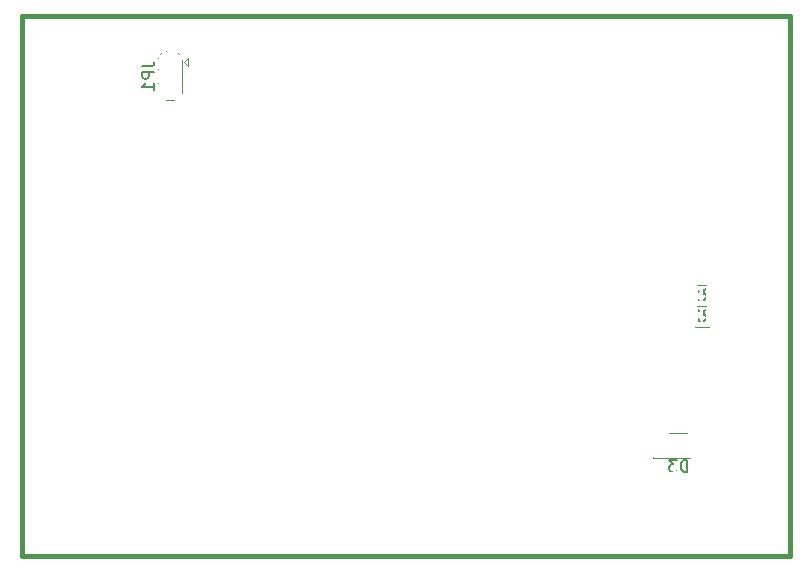
<source format=gbo>
G04 #@! TF.GenerationSoftware,KiCad,Pcbnew,(5.1.10)-1*
G04 #@! TF.CreationDate,2022-11-15T18:30:11+01:00*
G04 #@! TF.ProjectId,ramcard,72616d63-6172-4642-9e6b-696361645f70,2020*
G04 #@! TF.SameCoordinates,Original*
G04 #@! TF.FileFunction,Legend,Bot*
G04 #@! TF.FilePolarity,Positive*
%FSLAX46Y46*%
G04 Gerber Fmt 4.6, Leading zero omitted, Abs format (unit mm)*
G04 Created by KiCad (PCBNEW (5.1.10)-1) date 2022-11-15 18:30:11*
%MOMM*%
%LPD*%
G01*
G04 APERTURE LIST*
G04 #@! TA.AperFunction,Profile*
%ADD10C,0.381000*%
G04 #@! TD*
%ADD11C,0.120000*%
%ADD12C,0.150000*%
%ADD13C,2.108000*%
%ADD14O,2.208000X2.208000*%
%ADD15C,1.908000*%
%ADD16C,2.308000*%
G04 APERTURE END LIST*
D10*
X112014000Y-70104000D02*
X46990000Y-70104000D01*
X112014000Y-24384000D02*
X112014000Y-70104000D01*
X46990000Y-24384000D02*
X112014000Y-24384000D01*
X46990000Y-70104000D02*
X46990000Y-24384000D01*
D11*
X105182000Y-47126000D02*
X103982000Y-47126000D01*
X103982000Y-48886000D02*
X105182000Y-48886000D01*
X103982000Y-50664000D02*
X105182000Y-50664000D01*
X105182000Y-48904000D02*
X103982000Y-48904000D01*
X100416000Y-61766000D02*
X100416000Y-59646000D01*
X103616000Y-61766000D02*
X100416000Y-61766000D01*
X100416000Y-59646000D02*
X103616000Y-59646000D01*
X60763000Y-28264000D02*
X61063000Y-28564000D01*
X61063000Y-27964000D02*
X61063000Y-28564000D01*
X60763000Y-28264000D02*
X61063000Y-27964000D01*
X59863000Y-27414000D02*
X59263000Y-27414000D01*
X60563000Y-30864000D02*
X60563000Y-28064000D01*
X59263000Y-31514000D02*
X59863000Y-31514000D01*
X58563000Y-28064000D02*
X58563000Y-30864000D01*
X58563000Y-30814000D02*
G75*
G03*
X59263000Y-31514000I700000J0D01*
G01*
X59863000Y-31514000D02*
G75*
G03*
X60563000Y-30814000I0J700000D01*
G01*
X60563000Y-28114000D02*
G75*
G03*
X59863000Y-27414000I-700000J0D01*
G01*
X59263000Y-27414000D02*
G75*
G03*
X58563000Y-28114000I0J-700000D01*
G01*
D12*
X104748666Y-48458380D02*
X105082000Y-47982190D01*
X105320095Y-48458380D02*
X105320095Y-47458380D01*
X104939142Y-47458380D01*
X104843904Y-47506000D01*
X104796285Y-47553619D01*
X104748666Y-47648857D01*
X104748666Y-47791714D01*
X104796285Y-47886952D01*
X104843904Y-47934571D01*
X104939142Y-47982190D01*
X105320095Y-47982190D01*
X103796285Y-48458380D02*
X104367714Y-48458380D01*
X104082000Y-48458380D02*
X104082000Y-47458380D01*
X104177238Y-47601238D01*
X104272476Y-47696476D01*
X104367714Y-47744095D01*
X104748666Y-50236380D02*
X105082000Y-49760190D01*
X105320095Y-50236380D02*
X105320095Y-49236380D01*
X104939142Y-49236380D01*
X104843904Y-49284000D01*
X104796285Y-49331619D01*
X104748666Y-49426857D01*
X104748666Y-49569714D01*
X104796285Y-49664952D01*
X104843904Y-49712571D01*
X104939142Y-49760190D01*
X105320095Y-49760190D01*
X104367714Y-49331619D02*
X104320095Y-49284000D01*
X104224857Y-49236380D01*
X103986761Y-49236380D01*
X103891523Y-49284000D01*
X103843904Y-49331619D01*
X103796285Y-49426857D01*
X103796285Y-49522095D01*
X103843904Y-49664952D01*
X104415333Y-50236380D01*
X103796285Y-50236380D01*
X103354095Y-62958380D02*
X103354095Y-61958380D01*
X103116000Y-61958380D01*
X102973142Y-62006000D01*
X102877904Y-62101238D01*
X102830285Y-62196476D01*
X102782666Y-62386952D01*
X102782666Y-62529809D01*
X102830285Y-62720285D01*
X102877904Y-62815523D01*
X102973142Y-62910761D01*
X103116000Y-62958380D01*
X103354095Y-62958380D01*
X102449333Y-61958380D02*
X101830285Y-61958380D01*
X102163619Y-62339333D01*
X102020761Y-62339333D01*
X101925523Y-62386952D01*
X101877904Y-62434571D01*
X101830285Y-62529809D01*
X101830285Y-62767904D01*
X101877904Y-62863142D01*
X101925523Y-62910761D01*
X102020761Y-62958380D01*
X102306476Y-62958380D01*
X102401714Y-62910761D01*
X102449333Y-62863142D01*
X57215380Y-28630666D02*
X57929666Y-28630666D01*
X58072523Y-28583047D01*
X58167761Y-28487809D01*
X58215380Y-28344952D01*
X58215380Y-28249714D01*
X58215380Y-29106857D02*
X57215380Y-29106857D01*
X57215380Y-29487809D01*
X57263000Y-29583047D01*
X57310619Y-29630666D01*
X57405857Y-29678285D01*
X57548714Y-29678285D01*
X57643952Y-29630666D01*
X57691571Y-29583047D01*
X57739190Y-29487809D01*
X57739190Y-29106857D01*
X58215380Y-30630666D02*
X58215380Y-30059238D01*
X58215380Y-30344952D02*
X57215380Y-30344952D01*
X57358238Y-30249714D01*
X57453476Y-30154476D01*
X57501095Y-30059238D01*
%LPC*%
G36*
G01*
X105920000Y-58585000D02*
X105920000Y-56985000D01*
G75*
G02*
X106174000Y-56731000I254000J0D01*
G01*
X107774000Y-56731000D01*
G75*
G02*
X108028000Y-56985000I0J-254000D01*
G01*
X108028000Y-58585000D01*
G75*
G02*
X107774000Y-58839000I-254000J0D01*
G01*
X106174000Y-58839000D01*
G75*
G02*
X105920000Y-58585000I0J254000D01*
G01*
G37*
D13*
X109474000Y-57785000D03*
D14*
X109982000Y-64008000D03*
X109982000Y-66548000D03*
X107442000Y-64008000D03*
X107442000Y-66548000D03*
X104902000Y-64008000D03*
X104902000Y-66548000D03*
X102362000Y-64008000D03*
X102362000Y-66548000D03*
X99822000Y-64008000D03*
X99822000Y-66548000D03*
X97282000Y-64008000D03*
X97282000Y-66548000D03*
X94742000Y-64008000D03*
X94742000Y-66548000D03*
X92202000Y-64008000D03*
X92202000Y-66548000D03*
X89662000Y-64008000D03*
X89662000Y-66548000D03*
X87122000Y-64008000D03*
X87122000Y-66548000D03*
X84582000Y-64008000D03*
X84582000Y-66548000D03*
X82042000Y-64008000D03*
X82042000Y-66548000D03*
X79502000Y-64008000D03*
X79502000Y-66548000D03*
X76962000Y-64008000D03*
X76962000Y-66548000D03*
X74422000Y-64008000D03*
X74422000Y-66548000D03*
X71882000Y-64008000D03*
X71882000Y-66548000D03*
X69342000Y-64008000D03*
X69342000Y-66548000D03*
X66802000Y-64008000D03*
X66802000Y-66548000D03*
X64262000Y-64008000D03*
X64262000Y-66548000D03*
X61722000Y-64008000D03*
X61722000Y-66548000D03*
X59182000Y-64008000D03*
X59182000Y-66548000D03*
X56642000Y-64008000D03*
X56642000Y-66548000D03*
X54102000Y-64008000D03*
X54102000Y-66548000D03*
X51562000Y-64008000D03*
X51562000Y-66548000D03*
X49022000Y-64008000D03*
G36*
G01*
X49872000Y-67652000D02*
X48172000Y-67652000D01*
G75*
G02*
X47918000Y-67398000I0J254000D01*
G01*
X47918000Y-65698000D01*
G75*
G02*
X48172000Y-65444000I254000J0D01*
G01*
X49872000Y-65444000D01*
G75*
G02*
X50126000Y-65698000I0J-254000D01*
G01*
X50126000Y-67398000D01*
G75*
G02*
X49872000Y-67652000I-254000J0D01*
G01*
G37*
D15*
X50118000Y-25910000D03*
X52618000Y-25910000D03*
X55118000Y-25910000D03*
X50118000Y-29210000D03*
X52618000Y-29210000D03*
G36*
G01*
X56072000Y-28509999D02*
X56072000Y-29910001D01*
G75*
G02*
X55818001Y-30164000I-253999J0D01*
G01*
X54417999Y-30164000D01*
G75*
G02*
X54164000Y-29910001I0J253999D01*
G01*
X54164000Y-28509999D01*
G75*
G02*
X54417999Y-28256000I253999J0D01*
G01*
X55818001Y-28256000D01*
G75*
G02*
X56072000Y-28509999I0J-253999D01*
G01*
G37*
D16*
X102870000Y-45720000D03*
G36*
G01*
X106564000Y-44820000D02*
X106564000Y-46620000D01*
G75*
G02*
X106310000Y-46874000I-254000J0D01*
G01*
X104510000Y-46874000D01*
G75*
G02*
X104256000Y-46620000I0J254000D01*
G01*
X104256000Y-44820000D01*
G75*
G02*
X104510000Y-44566000I254000J0D01*
G01*
X106310000Y-44566000D01*
G75*
G02*
X106564000Y-44820000I0J-254000D01*
G01*
G37*
G36*
G01*
X106564000Y-51424000D02*
X106564000Y-53224000D01*
G75*
G02*
X106310000Y-53478000I-254000J0D01*
G01*
X104510000Y-53478000D01*
G75*
G02*
X104256000Y-53224000I0J254000D01*
G01*
X104256000Y-51424000D01*
G75*
G02*
X104510000Y-51170000I254000J0D01*
G01*
X106310000Y-51170000D01*
G75*
G02*
X106564000Y-51424000I0J-254000D01*
G01*
G37*
X102870000Y-52324000D03*
G36*
G01*
X103028000Y-48656000D02*
X103028000Y-47356000D01*
G75*
G02*
X103282000Y-47102000I254000J0D01*
G01*
X103982000Y-47102000D01*
G75*
G02*
X104236000Y-47356000I0J-254000D01*
G01*
X104236000Y-48656000D01*
G75*
G02*
X103982000Y-48910000I-254000J0D01*
G01*
X103282000Y-48910000D01*
G75*
G02*
X103028000Y-48656000I0J254000D01*
G01*
G37*
G36*
G01*
X104928000Y-48656000D02*
X104928000Y-47356000D01*
G75*
G02*
X105182000Y-47102000I254000J0D01*
G01*
X105882000Y-47102000D01*
G75*
G02*
X106136000Y-47356000I0J-254000D01*
G01*
X106136000Y-48656000D01*
G75*
G02*
X105882000Y-48910000I-254000J0D01*
G01*
X105182000Y-48910000D01*
G75*
G02*
X104928000Y-48656000I0J254000D01*
G01*
G37*
G36*
G01*
X104928000Y-50434000D02*
X104928000Y-49134000D01*
G75*
G02*
X105182000Y-48880000I254000J0D01*
G01*
X105882000Y-48880000D01*
G75*
G02*
X106136000Y-49134000I0J-254000D01*
G01*
X106136000Y-50434000D01*
G75*
G02*
X105882000Y-50688000I-254000J0D01*
G01*
X105182000Y-50688000D01*
G75*
G02*
X104928000Y-50434000I0J254000D01*
G01*
G37*
G36*
G01*
X103028000Y-50434000D02*
X103028000Y-49134000D01*
G75*
G02*
X103282000Y-48880000I254000J0D01*
G01*
X103982000Y-48880000D01*
G75*
G02*
X104236000Y-49134000I0J-254000D01*
G01*
X104236000Y-50434000D01*
G75*
G02*
X103982000Y-50688000I-254000J0D01*
G01*
X103282000Y-50688000D01*
G75*
G02*
X103028000Y-50434000I0J254000D01*
G01*
G37*
G36*
G01*
X103362000Y-61506000D02*
X103362000Y-59906000D01*
G75*
G02*
X103616000Y-59652000I254000J0D01*
G01*
X104616000Y-59652000D01*
G75*
G02*
X104870000Y-59906000I0J-254000D01*
G01*
X104870000Y-61506000D01*
G75*
G02*
X104616000Y-61760000I-254000J0D01*
G01*
X103616000Y-61760000D01*
G75*
G02*
X103362000Y-61506000I0J254000D01*
G01*
G37*
G36*
G01*
X100362000Y-61506000D02*
X100362000Y-59906000D01*
G75*
G02*
X100616000Y-59652000I254000J0D01*
G01*
X101616000Y-59652000D01*
G75*
G02*
X101870000Y-59906000I0J-254000D01*
G01*
X101870000Y-61506000D01*
G75*
G02*
X101616000Y-61760000I-254000J0D01*
G01*
X100616000Y-61760000D01*
G75*
G02*
X100362000Y-61506000I0J254000D01*
G01*
G37*
D12*
G36*
X60566398Y-30770112D02*
G01*
X60566398Y-30788534D01*
X60565175Y-30813433D01*
X60560365Y-30862264D01*
X60556708Y-30886915D01*
X60547136Y-30935040D01*
X60541078Y-30959224D01*
X60526834Y-31006179D01*
X60518438Y-31029644D01*
X60499661Y-31074977D01*
X60489001Y-31097517D01*
X60465870Y-31140790D01*
X60453060Y-31162162D01*
X60425800Y-31202961D01*
X60410947Y-31222987D01*
X60379819Y-31260916D01*
X60363081Y-31279384D01*
X60328384Y-31314081D01*
X60309916Y-31330819D01*
X60271987Y-31361947D01*
X60251961Y-31376800D01*
X60211162Y-31404060D01*
X60189790Y-31416870D01*
X60146517Y-31440001D01*
X60123977Y-31450661D01*
X60078644Y-31469438D01*
X60055179Y-31477834D01*
X60008224Y-31492078D01*
X59984040Y-31498136D01*
X59935915Y-31507708D01*
X59911264Y-31511365D01*
X59862433Y-31516175D01*
X59837534Y-31517398D01*
X59819112Y-31517398D01*
X59813000Y-31518000D01*
X59313000Y-31518000D01*
X59306888Y-31517398D01*
X59288466Y-31517398D01*
X59263567Y-31516175D01*
X59214736Y-31511365D01*
X59190085Y-31507708D01*
X59141960Y-31498136D01*
X59117776Y-31492078D01*
X59070821Y-31477834D01*
X59047356Y-31469438D01*
X59002023Y-31450661D01*
X58979483Y-31440001D01*
X58936210Y-31416870D01*
X58914838Y-31404060D01*
X58874039Y-31376800D01*
X58854013Y-31361947D01*
X58816084Y-31330819D01*
X58797616Y-31314081D01*
X58762919Y-31279384D01*
X58746181Y-31260916D01*
X58715053Y-31222987D01*
X58700200Y-31202961D01*
X58672940Y-31162162D01*
X58660130Y-31140790D01*
X58636999Y-31097517D01*
X58626339Y-31074977D01*
X58607562Y-31029644D01*
X58599166Y-31006179D01*
X58584922Y-30959224D01*
X58578864Y-30935040D01*
X58569292Y-30886915D01*
X58565635Y-30862264D01*
X58560825Y-30813433D01*
X58559602Y-30788534D01*
X58559602Y-30770112D01*
X58559000Y-30764000D01*
X58559000Y-30214000D01*
X58563881Y-30164447D01*
X58578335Y-30116798D01*
X58601807Y-30072885D01*
X58633395Y-30034395D01*
X58671885Y-30002807D01*
X58715798Y-29979335D01*
X58763447Y-29964881D01*
X58813000Y-29960000D01*
X60313000Y-29960000D01*
X60362553Y-29964881D01*
X60410202Y-29979335D01*
X60454115Y-30002807D01*
X60492605Y-30034395D01*
X60524193Y-30072885D01*
X60547665Y-30116798D01*
X60562119Y-30164447D01*
X60567000Y-30214000D01*
X60567000Y-30764000D01*
X60566398Y-30770112D01*
G37*
G36*
G01*
X58813000Y-28710000D02*
X60313000Y-28710000D01*
G75*
G02*
X60567000Y-28964000I0J-254000D01*
G01*
X60567000Y-29964000D01*
G75*
G02*
X60313000Y-30218000I-254000J0D01*
G01*
X58813000Y-30218000D01*
G75*
G02*
X58559000Y-29964000I0J254000D01*
G01*
X58559000Y-28964000D01*
G75*
G02*
X58813000Y-28710000I254000J0D01*
G01*
G37*
G36*
X60562119Y-28763553D02*
G01*
X60547665Y-28811202D01*
X60524193Y-28855115D01*
X60492605Y-28893605D01*
X60454115Y-28925193D01*
X60410202Y-28948665D01*
X60362553Y-28963119D01*
X60313000Y-28968000D01*
X58813000Y-28968000D01*
X58763447Y-28963119D01*
X58715798Y-28948665D01*
X58671885Y-28925193D01*
X58633395Y-28893605D01*
X58601807Y-28855115D01*
X58578335Y-28811202D01*
X58563881Y-28763553D01*
X58559000Y-28714000D01*
X58559000Y-28164000D01*
X58559602Y-28157888D01*
X58559602Y-28139466D01*
X58560825Y-28114567D01*
X58565635Y-28065736D01*
X58569292Y-28041085D01*
X58578864Y-27992960D01*
X58584922Y-27968776D01*
X58599166Y-27921821D01*
X58607562Y-27898356D01*
X58626339Y-27853023D01*
X58636999Y-27830483D01*
X58660130Y-27787210D01*
X58672940Y-27765838D01*
X58700200Y-27725039D01*
X58715053Y-27705013D01*
X58746181Y-27667084D01*
X58762919Y-27648616D01*
X58797616Y-27613919D01*
X58816084Y-27597181D01*
X58854013Y-27566053D01*
X58874039Y-27551200D01*
X58914838Y-27523940D01*
X58936210Y-27511130D01*
X58979483Y-27487999D01*
X59002023Y-27477339D01*
X59047356Y-27458562D01*
X59070821Y-27450166D01*
X59117776Y-27435922D01*
X59141960Y-27429864D01*
X59190085Y-27420292D01*
X59214736Y-27416635D01*
X59263567Y-27411825D01*
X59288466Y-27410602D01*
X59306888Y-27410602D01*
X59313000Y-27410000D01*
X59813000Y-27410000D01*
X59819112Y-27410602D01*
X59837534Y-27410602D01*
X59862433Y-27411825D01*
X59911264Y-27416635D01*
X59935915Y-27420292D01*
X59984040Y-27429864D01*
X60008224Y-27435922D01*
X60055179Y-27450166D01*
X60078644Y-27458562D01*
X60123977Y-27477339D01*
X60146517Y-27487999D01*
X60189790Y-27511130D01*
X60211162Y-27523940D01*
X60251961Y-27551200D01*
X60271987Y-27566053D01*
X60309916Y-27597181D01*
X60328384Y-27613919D01*
X60363081Y-27648616D01*
X60379819Y-27667084D01*
X60410947Y-27705013D01*
X60425800Y-27725039D01*
X60453060Y-27765838D01*
X60465870Y-27787210D01*
X60489001Y-27830483D01*
X60499661Y-27853023D01*
X60518438Y-27898356D01*
X60526834Y-27921821D01*
X60541078Y-27968776D01*
X60547136Y-27992960D01*
X60556708Y-28041085D01*
X60560365Y-28065736D01*
X60565175Y-28114567D01*
X60566398Y-28139466D01*
X60566398Y-28157888D01*
X60567000Y-28164000D01*
X60567000Y-28714000D01*
X60562119Y-28763553D01*
G37*
M02*

</source>
